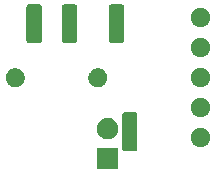
<source format=gbr>
G04 #@! TF.GenerationSoftware,KiCad,Pcbnew,(5.1.5)-3*
G04 #@! TF.CreationDate,2020-12-21T13:11:51+01:00*
G04 #@! TF.ProjectId,epimetheus_bh1750,6570696d-6574-4686-9575-735f62683137,rev?*
G04 #@! TF.SameCoordinates,Original*
G04 #@! TF.FileFunction,Soldermask,Top*
G04 #@! TF.FilePolarity,Negative*
%FSLAX46Y46*%
G04 Gerber Fmt 4.6, Leading zero omitted, Abs format (unit mm)*
G04 Created by KiCad (PCBNEW (5.1.5)-3) date 2020-12-21 13:11:51*
%MOMM*%
%LPD*%
G04 APERTURE LIST*
%ADD10C,0.100000*%
G04 APERTURE END LIST*
D10*
G36*
X172097000Y-38747000D02*
G01*
X170295000Y-38747000D01*
X170295000Y-36945000D01*
X172097000Y-36945000D01*
X172097000Y-38747000D01*
G37*
G36*
X173512192Y-33914646D02*
G01*
X173561414Y-33929578D01*
X173606778Y-33953826D01*
X173646542Y-33986458D01*
X173679174Y-34026222D01*
X173703422Y-34071586D01*
X173718354Y-34120808D01*
X173724000Y-34178140D01*
X173724000Y-36941860D01*
X173718354Y-36999192D01*
X173703422Y-37048414D01*
X173679174Y-37093778D01*
X173646542Y-37133542D01*
X173606778Y-37166174D01*
X173561414Y-37190422D01*
X173512192Y-37205354D01*
X173454860Y-37211000D01*
X172691140Y-37211000D01*
X172633808Y-37205354D01*
X172584586Y-37190422D01*
X172539222Y-37166174D01*
X172499458Y-37133542D01*
X172466826Y-37093778D01*
X172442578Y-37048414D01*
X172427646Y-36999192D01*
X172422000Y-36941860D01*
X172422000Y-34178140D01*
X172427646Y-34120808D01*
X172442578Y-34071586D01*
X172466826Y-34026222D01*
X172499458Y-33986458D01*
X172539222Y-33953826D01*
X172584586Y-33929578D01*
X172633808Y-33914646D01*
X172691140Y-33909000D01*
X173454860Y-33909000D01*
X173512192Y-33914646D01*
G37*
G36*
X179307142Y-35286242D02*
G01*
X179455101Y-35347529D01*
X179588255Y-35436499D01*
X179701501Y-35549745D01*
X179790471Y-35682899D01*
X179851758Y-35830858D01*
X179883000Y-35987925D01*
X179883000Y-36148075D01*
X179851758Y-36305142D01*
X179790471Y-36453101D01*
X179701501Y-36586255D01*
X179588255Y-36699501D01*
X179455101Y-36788471D01*
X179307142Y-36849758D01*
X179150075Y-36881000D01*
X178989925Y-36881000D01*
X178832858Y-36849758D01*
X178684899Y-36788471D01*
X178551745Y-36699501D01*
X178438499Y-36586255D01*
X178349529Y-36453101D01*
X178288242Y-36305142D01*
X178257000Y-36148075D01*
X178257000Y-35987925D01*
X178288242Y-35830858D01*
X178349529Y-35682899D01*
X178438499Y-35549745D01*
X178551745Y-35436499D01*
X178684899Y-35347529D01*
X178832858Y-35286242D01*
X178989925Y-35255000D01*
X179150075Y-35255000D01*
X179307142Y-35286242D01*
G37*
G36*
X171309512Y-34409927D02*
G01*
X171458812Y-34439624D01*
X171622784Y-34507544D01*
X171770354Y-34606147D01*
X171895853Y-34731646D01*
X171994456Y-34879216D01*
X172062376Y-35043188D01*
X172097000Y-35217259D01*
X172097000Y-35394741D01*
X172062376Y-35568812D01*
X171994456Y-35732784D01*
X171895853Y-35880354D01*
X171770354Y-36005853D01*
X171622784Y-36104456D01*
X171458812Y-36172376D01*
X171309512Y-36202073D01*
X171284742Y-36207000D01*
X171107258Y-36207000D01*
X171082488Y-36202073D01*
X170933188Y-36172376D01*
X170769216Y-36104456D01*
X170621646Y-36005853D01*
X170496147Y-35880354D01*
X170397544Y-35732784D01*
X170329624Y-35568812D01*
X170295000Y-35394741D01*
X170295000Y-35217259D01*
X170329624Y-35043188D01*
X170397544Y-34879216D01*
X170496147Y-34731646D01*
X170621646Y-34606147D01*
X170769216Y-34507544D01*
X170933188Y-34439624D01*
X171082488Y-34409927D01*
X171107258Y-34405000D01*
X171284742Y-34405000D01*
X171309512Y-34409927D01*
G37*
G36*
X179307142Y-32746242D02*
G01*
X179455101Y-32807529D01*
X179588255Y-32896499D01*
X179701501Y-33009745D01*
X179790471Y-33142899D01*
X179851758Y-33290858D01*
X179883000Y-33447925D01*
X179883000Y-33608075D01*
X179851758Y-33765142D01*
X179790471Y-33913101D01*
X179701501Y-34046255D01*
X179588255Y-34159501D01*
X179455101Y-34248471D01*
X179307142Y-34309758D01*
X179150075Y-34341000D01*
X178989925Y-34341000D01*
X178832858Y-34309758D01*
X178684899Y-34248471D01*
X178551745Y-34159501D01*
X178438499Y-34046255D01*
X178349529Y-33913101D01*
X178288242Y-33765142D01*
X178257000Y-33608075D01*
X178257000Y-33447925D01*
X178288242Y-33290858D01*
X178349529Y-33142899D01*
X178438499Y-33009745D01*
X178551745Y-32896499D01*
X178684899Y-32807529D01*
X178832858Y-32746242D01*
X178989925Y-32715000D01*
X179150075Y-32715000D01*
X179307142Y-32746242D01*
G37*
G36*
X179307142Y-30206242D02*
G01*
X179455101Y-30267529D01*
X179588255Y-30356499D01*
X179701501Y-30469745D01*
X179790471Y-30602899D01*
X179851758Y-30750858D01*
X179883000Y-30907925D01*
X179883000Y-31068075D01*
X179851758Y-31225142D01*
X179790471Y-31373101D01*
X179701501Y-31506255D01*
X179588255Y-31619501D01*
X179455101Y-31708471D01*
X179307142Y-31769758D01*
X179150075Y-31801000D01*
X178989925Y-31801000D01*
X178832858Y-31769758D01*
X178684899Y-31708471D01*
X178551745Y-31619501D01*
X178438499Y-31506255D01*
X178349529Y-31373101D01*
X178288242Y-31225142D01*
X178257000Y-31068075D01*
X178257000Y-30907925D01*
X178288242Y-30750858D01*
X178349529Y-30602899D01*
X178438499Y-30469745D01*
X178551745Y-30356499D01*
X178684899Y-30267529D01*
X178832858Y-30206242D01*
X178989925Y-30175000D01*
X179150075Y-30175000D01*
X179307142Y-30206242D01*
G37*
G36*
X163606642Y-30217781D02*
G01*
X163752414Y-30278162D01*
X163752416Y-30278163D01*
X163883608Y-30365822D01*
X163995178Y-30477392D01*
X164079038Y-30602899D01*
X164082838Y-30608586D01*
X164143219Y-30754358D01*
X164174000Y-30909107D01*
X164174000Y-31066893D01*
X164143219Y-31221642D01*
X164082838Y-31367414D01*
X164082837Y-31367416D01*
X163995178Y-31498608D01*
X163883608Y-31610178D01*
X163752416Y-31697837D01*
X163752415Y-31697838D01*
X163752414Y-31697838D01*
X163606642Y-31758219D01*
X163451893Y-31789000D01*
X163294107Y-31789000D01*
X163139358Y-31758219D01*
X162993586Y-31697838D01*
X162993585Y-31697838D01*
X162993584Y-31697837D01*
X162862392Y-31610178D01*
X162750822Y-31498608D01*
X162663163Y-31367416D01*
X162663162Y-31367414D01*
X162602781Y-31221642D01*
X162572000Y-31066893D01*
X162572000Y-30909107D01*
X162602781Y-30754358D01*
X162663162Y-30608586D01*
X162666962Y-30602899D01*
X162750822Y-30477392D01*
X162862392Y-30365822D01*
X162993584Y-30278163D01*
X162993586Y-30278162D01*
X163139358Y-30217781D01*
X163294107Y-30187000D01*
X163451893Y-30187000D01*
X163606642Y-30217781D01*
G37*
G36*
X170606642Y-30217781D02*
G01*
X170752414Y-30278162D01*
X170752416Y-30278163D01*
X170883608Y-30365822D01*
X170995178Y-30477392D01*
X171079038Y-30602899D01*
X171082838Y-30608586D01*
X171143219Y-30754358D01*
X171174000Y-30909107D01*
X171174000Y-31066893D01*
X171143219Y-31221642D01*
X171082838Y-31367414D01*
X171082837Y-31367416D01*
X170995178Y-31498608D01*
X170883608Y-31610178D01*
X170752416Y-31697837D01*
X170752415Y-31697838D01*
X170752414Y-31697838D01*
X170606642Y-31758219D01*
X170451893Y-31789000D01*
X170294107Y-31789000D01*
X170139358Y-31758219D01*
X169993586Y-31697838D01*
X169993585Y-31697838D01*
X169993584Y-31697837D01*
X169862392Y-31610178D01*
X169750822Y-31498608D01*
X169663163Y-31367416D01*
X169663162Y-31367414D01*
X169602781Y-31221642D01*
X169572000Y-31066893D01*
X169572000Y-30909107D01*
X169602781Y-30754358D01*
X169663162Y-30608586D01*
X169666962Y-30602899D01*
X169750822Y-30477392D01*
X169862392Y-30365822D01*
X169993584Y-30278163D01*
X169993586Y-30278162D01*
X170139358Y-30217781D01*
X170294107Y-30187000D01*
X170451893Y-30187000D01*
X170606642Y-30217781D01*
G37*
G36*
X179307142Y-27666242D02*
G01*
X179455101Y-27727529D01*
X179588255Y-27816499D01*
X179701501Y-27929745D01*
X179790471Y-28062899D01*
X179851758Y-28210858D01*
X179883000Y-28367925D01*
X179883000Y-28528075D01*
X179851758Y-28685142D01*
X179790471Y-28833101D01*
X179701501Y-28966255D01*
X179588255Y-29079501D01*
X179455101Y-29168471D01*
X179307142Y-29229758D01*
X179150075Y-29261000D01*
X178989925Y-29261000D01*
X178832858Y-29229758D01*
X178684899Y-29168471D01*
X178551745Y-29079501D01*
X178438499Y-28966255D01*
X178349529Y-28833101D01*
X178288242Y-28685142D01*
X178257000Y-28528075D01*
X178257000Y-28367925D01*
X178288242Y-28210858D01*
X178349529Y-28062899D01*
X178438499Y-27929745D01*
X178551745Y-27816499D01*
X178684899Y-27727529D01*
X178832858Y-27666242D01*
X178989925Y-27635000D01*
X179150075Y-27635000D01*
X179307142Y-27666242D01*
G37*
G36*
X165412192Y-24770646D02*
G01*
X165461414Y-24785578D01*
X165506778Y-24809826D01*
X165546542Y-24842458D01*
X165579174Y-24882222D01*
X165603422Y-24927586D01*
X165618354Y-24976808D01*
X165624000Y-25034140D01*
X165624000Y-27797860D01*
X165618354Y-27855192D01*
X165603422Y-27904414D01*
X165579174Y-27949778D01*
X165546542Y-27989542D01*
X165506778Y-28022174D01*
X165461414Y-28046422D01*
X165412192Y-28061354D01*
X165354860Y-28067000D01*
X164591140Y-28067000D01*
X164533808Y-28061354D01*
X164484586Y-28046422D01*
X164439222Y-28022174D01*
X164399458Y-27989542D01*
X164366826Y-27949778D01*
X164342578Y-27904414D01*
X164327646Y-27855192D01*
X164322000Y-27797860D01*
X164322000Y-25034140D01*
X164327646Y-24976808D01*
X164342578Y-24927586D01*
X164366826Y-24882222D01*
X164399458Y-24842458D01*
X164439222Y-24809826D01*
X164484586Y-24785578D01*
X164533808Y-24770646D01*
X164591140Y-24765000D01*
X165354860Y-24765000D01*
X165412192Y-24770646D01*
G37*
G36*
X168412192Y-24770646D02*
G01*
X168461414Y-24785578D01*
X168506778Y-24809826D01*
X168546542Y-24842458D01*
X168579174Y-24882222D01*
X168603422Y-24927586D01*
X168618354Y-24976808D01*
X168624000Y-25034140D01*
X168624000Y-27797860D01*
X168618354Y-27855192D01*
X168603422Y-27904414D01*
X168579174Y-27949778D01*
X168546542Y-27989542D01*
X168506778Y-28022174D01*
X168461414Y-28046422D01*
X168412192Y-28061354D01*
X168354860Y-28067000D01*
X167591140Y-28067000D01*
X167533808Y-28061354D01*
X167484586Y-28046422D01*
X167439222Y-28022174D01*
X167399458Y-27989542D01*
X167366826Y-27949778D01*
X167342578Y-27904414D01*
X167327646Y-27855192D01*
X167322000Y-27797860D01*
X167322000Y-25034140D01*
X167327646Y-24976808D01*
X167342578Y-24927586D01*
X167366826Y-24882222D01*
X167399458Y-24842458D01*
X167439222Y-24809826D01*
X167484586Y-24785578D01*
X167533808Y-24770646D01*
X167591140Y-24765000D01*
X168354860Y-24765000D01*
X168412192Y-24770646D01*
G37*
G36*
X172397192Y-24770646D02*
G01*
X172446414Y-24785578D01*
X172491778Y-24809826D01*
X172531542Y-24842458D01*
X172564174Y-24882222D01*
X172588422Y-24927586D01*
X172603354Y-24976808D01*
X172609000Y-25034140D01*
X172609000Y-27797860D01*
X172603354Y-27855192D01*
X172588422Y-27904414D01*
X172564174Y-27949778D01*
X172531542Y-27989542D01*
X172491778Y-28022174D01*
X172446414Y-28046422D01*
X172397192Y-28061354D01*
X172339860Y-28067000D01*
X171576140Y-28067000D01*
X171518808Y-28061354D01*
X171469586Y-28046422D01*
X171424222Y-28022174D01*
X171384458Y-27989542D01*
X171351826Y-27949778D01*
X171327578Y-27904414D01*
X171312646Y-27855192D01*
X171307000Y-27797860D01*
X171307000Y-25034140D01*
X171312646Y-24976808D01*
X171327578Y-24927586D01*
X171351826Y-24882222D01*
X171384458Y-24842458D01*
X171424222Y-24809826D01*
X171469586Y-24785578D01*
X171518808Y-24770646D01*
X171576140Y-24765000D01*
X172339860Y-24765000D01*
X172397192Y-24770646D01*
G37*
G36*
X179307142Y-25126242D02*
G01*
X179455101Y-25187529D01*
X179588255Y-25276499D01*
X179701501Y-25389745D01*
X179790471Y-25522899D01*
X179851758Y-25670858D01*
X179883000Y-25827925D01*
X179883000Y-25988075D01*
X179851758Y-26145142D01*
X179790471Y-26293101D01*
X179701501Y-26426255D01*
X179588255Y-26539501D01*
X179455101Y-26628471D01*
X179307142Y-26689758D01*
X179150075Y-26721000D01*
X178989925Y-26721000D01*
X178832858Y-26689758D01*
X178684899Y-26628471D01*
X178551745Y-26539501D01*
X178438499Y-26426255D01*
X178349529Y-26293101D01*
X178288242Y-26145142D01*
X178257000Y-25988075D01*
X178257000Y-25827925D01*
X178288242Y-25670858D01*
X178349529Y-25522899D01*
X178438499Y-25389745D01*
X178551745Y-25276499D01*
X178684899Y-25187529D01*
X178832858Y-25126242D01*
X178989925Y-25095000D01*
X179150075Y-25095000D01*
X179307142Y-25126242D01*
G37*
M02*

</source>
